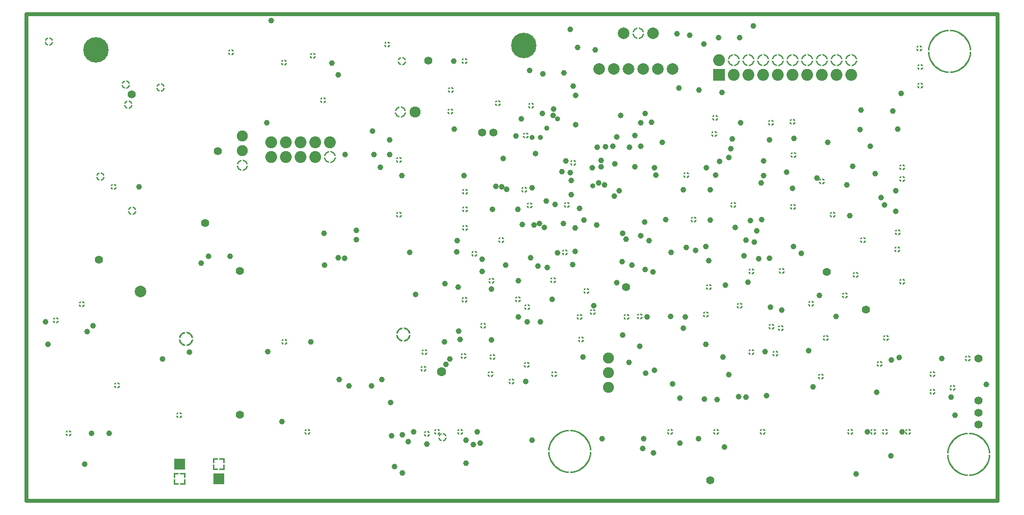
<source format=gbr>
G04 EasyPC Gerber Version 21.0.3 Build 4286 *
G04 #@! TF.Part,Single*
G04 #@! TF.FileFunction,Copper,L3,Inr *
G04 #@! TF.FilePolarity,Negative *
%FSLAX35Y35*%
%MOIN*%
G04 #@! TA.AperFunction,ComponentPad*
%ADD21R,0.07575X0.07575*%
%ADD18R,0.08071X0.08071*%
G04 #@! TD.AperFunction*
%ADD28C,0.02775*%
G04 #@! TA.AperFunction,ViaPad*
%ADD24C,0.03543*%
%ADD22C,0.03937*%
G04 #@! TA.AperFunction,ComponentPad*
%ADD16C,0.05512*%
G04 #@! TA.AperFunction,ViaPad*
%ADD27C,0.06299*%
G04 #@! TA.AperFunction,ComponentPad*
%ADD20C,0.07480*%
%ADD71C,0.07575*%
%ADD17C,0.07874*%
%ADD19C,0.08071*%
G04 #@! TA.AperFunction,WasherPad*
%ADD15C,0.17323*%
G04 #@! TA.AperFunction,ComponentPad*
%AMT74*0 Thermal pad*4,1,6,0.03000,0.00500,0.03000,0.03000,0.00500,0.03000,0.00500,0.04000,0.04000,0.04000,0.04000,0.00500,0.03000,0.00500,0*4,1,6,-0.00500,0.03000,-0.03000,0.03000,-0.03000,0.00500,-0.04000,0.00500,-0.04000,0.04000,-0.00500,0.04000,-0.00500,0.03000,0*4,1,6,-0.03000,-0.00500,-0.03000,-0.03000,-0.00500,-0.03000,-0.00500,-0.04000,-0.04000,-0.04000,-0.04000,-0.00500,-0.03000,-0.00500,0*4,1,6,0.00500,-0.03000,0.03000,-0.03000,0.03000,-0.00500,0.04000,-0.00500,0.04000,-0.04000,0.00500,-0.04000,0.00500,-0.03000,0*%
%ADD74T74*%
G04 #@! TA.AperFunction,ViaPad*
%AMT25*0 Thermal pad*7,0,0,0.04362,0.02362,0.01000,0*%
%ADD25T25*%
%AMT26*0 Thermal pad*7,0,0,0.05937,0.03937,0.01000,0*%
%ADD26T26*%
G04 #@! TA.AperFunction,ComponentPad*
%AMT75*0 Thermal pad*7,0,0,0.07906,0.05906,0.01000,0*%
%ADD75T75*%
%AMT73*0 Thermal pad*7,0,0,0.08000,0.06000,0.01000,0*%
%ADD73T73*%
%AMT72*0 Thermal pad*7,0,0,0.08299,0.06299,0.01000,0*%
%ADD72T72*%
%AMT70*0 Thermal pad*7,0,0,0.08496,0.06496,0.01000,0*%
%ADD70T70*%
G04 #@! TA.AperFunction,ViaPad*
%AMT76*0 Thermal pad*7,0,0,0.09874,0.07874,0.01000,0*%
%ADD76T76*%
G04 #@! TA.AperFunction,WasherPad*
%AMT29*0 Thermal pad*7,0,0,0.29559,0.27559,0.01000,0*%
%ADD29T29*%
X0Y0D02*
D02*
D15*
X49898Y307835D03*
X341156Y310836D03*
D02*
D16*
X51785Y164773D03*
X74226Y277372D03*
X124226Y189970D03*
X132888Y238789D03*
X147848Y59261D03*
Y157293D03*
X276195Y300600D03*
X312809Y251387D03*
X320683D03*
X410841Y146269D03*
X468321Y14380D03*
X547455Y156506D03*
X574226Y130915D03*
X650998Y52569D03*
Y60443D03*
Y68710D03*
Y97450D03*
D02*
D17*
X80132Y143120D03*
X392665Y294932D03*
X402665Y294864D03*
X409266Y319104D03*
X412665Y294932D03*
X422652D03*
X429266Y319104D03*
X432665Y294932D03*
X442665D03*
D02*
D18*
X474226Y290757D03*
D02*
D19*
X169187Y234911D03*
Y244911D03*
X179187Y234911D03*
Y244911D03*
X189187Y234911D03*
Y244911D03*
X199187Y234911D03*
Y244911D03*
X209187D03*
X474226Y300757D03*
X484226Y290757D03*
X494226D03*
X504226D03*
X514226D03*
X524226D03*
X534226D03*
X544226D03*
X554226D03*
X564226D03*
D02*
D70*
X209187Y234911D03*
X484226Y300757D03*
X494226D03*
X504226D03*
X514226D03*
X524226D03*
X534226D03*
X544226D03*
X554226D03*
X564226D03*
D02*
D71*
X267114Y265561D03*
D02*
D20*
X149593Y239091D03*
X149661Y249091D03*
X398792Y77700D03*
Y97700D03*
X398860Y87700D03*
D02*
D21*
X106904Y25403D03*
X133675Y15403D03*
D02*
D22*
X15565Y122647D03*
X17140Y107293D03*
X42337Y25403D03*
X43774Y115994D03*
X47061Y46663D03*
X47848Y119931D03*
X58872Y46663D03*
X79344Y214380D03*
X95093Y97057D03*
X113596Y101781D03*
X121667Y162411D03*
X126589Y167135D03*
X141156D03*
X166352Y258080D03*
X166746Y102175D03*
X169108Y327765D03*
X176589Y54537D03*
X196274Y108868D03*
X205329Y182883D03*
X205722Y161230D03*
X210447Y298848D03*
X214778Y166348D03*
Y290757D03*
X215565Y83277D03*
X219108Y165954D03*
X219502Y236427D03*
X222258Y78946D03*
X227376Y178553D03*
Y184852D03*
X237612Y78946D03*
X238400Y252569D03*
X239187Y236427D03*
X243518Y227765D03*
X244699Y83277D03*
X249817Y236427D03*
Y246663D03*
X250604Y67529D03*
X251392Y44694D03*
X253360Y23828D03*
X258085Y222254D03*
X258478Y19498D03*
Y45482D03*
X262415Y40757D03*
X263596Y169891D03*
X266352Y47450D03*
X267533Y141151D03*
X275407Y39183D03*
X287219Y108868D03*
X287612Y148631D03*
X288400Y93513D03*
X290762Y97057D03*
X293518Y300206D03*
X293911Y253750D03*
X295486Y170285D03*
X295880Y177765D03*
X296667Y146269D03*
X297061Y116348D03*
X297848Y110443D03*
X300604Y222254D03*
X301785Y26191D03*
Y41939D03*
X306904Y38789D03*
X309659Y47450D03*
X311628Y39970D03*
X313006Y156899D03*
Y165167D03*
X319108Y110049D03*
Y144694D03*
X319896Y199025D03*
X322258Y214773D03*
X326195Y214380D03*
X327376Y233868D03*
X328951Y161230D03*
X329738Y212805D03*
X336037Y249025D03*
X337219Y199025D03*
X337612Y125797D03*
Y150600D03*
X339581Y260836D03*
X340368Y188789D03*
X342730Y81702D03*
X343518Y122647D03*
X345093Y293907D03*
X345880Y166348D03*
X347061Y41939D03*
Y213986D03*
X348242Y188395D03*
X349226Y237214D03*
X350801Y160443D03*
X351785Y189576D03*
X352573Y122647D03*
X353754Y264380D03*
X354148Y291545D03*
X355329Y186820D03*
X356510Y204931D03*
X357297Y159655D03*
X360447Y138002D03*
X361234Y263198D03*
X361628Y267529D03*
X362415Y202529D03*
X364384Y169498D03*
X367140Y225009D03*
X368321Y189576D03*
X368715Y292332D03*
X369896Y232096D03*
X373045Y224222D03*
Y321860D03*
X373439Y209261D03*
Y218710D03*
X374620Y161624D03*
X375014Y283277D03*
X376195Y170679D03*
Y186427D03*
X376589Y256899D03*
Y276978D03*
X377770Y309655D03*
X379344Y199813D03*
X381707Y98631D03*
X382100Y191939D03*
X388006Y227372D03*
X388793Y133474D03*
X389974Y307687D03*
X390762Y188395D03*
X391156Y241545D03*
X392337Y217135D03*
X393911Y228159D03*
Y232490D03*
X394699Y42726D03*
X396274Y215954D03*
X397061Y241939D03*
X401785Y242332D03*
X402967Y208080D03*
X403360Y230128D03*
X404541Y149025D03*
Y248631D03*
X406116Y212017D03*
X407297Y263198D03*
X408085Y163592D03*
X408478Y113592D03*
Y182883D03*
X410841Y178946D03*
X413006Y94694D03*
X413203Y241545D03*
X414778Y161230D03*
X416746Y228159D03*
Y249419D03*
X420230Y105718D03*
X420880Y181309D03*
X421077Y242332D03*
Y258080D03*
X422258Y36033D03*
X423045Y42726D03*
X423439Y190364D03*
X423833Y158080D03*
Y264380D03*
X424226Y87608D03*
X425407Y125797D03*
X426589Y177765D03*
X428163Y258474D03*
X429344Y156506D03*
X429738Y33277D03*
X430132Y227372D03*
X430230Y89576D03*
X431313Y222647D03*
X435644Y244694D03*
X438006Y192332D03*
X441156Y126191D03*
X441549Y169891D03*
X442730Y80128D03*
X445486Y318710D03*
X447061Y281702D03*
X447455Y39970D03*
Y70679D03*
X449817Y118317D03*
Y212529D03*
X451392Y125797D03*
X451785Y173041D03*
X454148Y317923D03*
X458085Y171072D03*
X460250Y42726D03*
X460447Y280521D03*
X463793Y312017D03*
X464187Y69891D03*
X465171Y173828D03*
X465230Y107293D03*
X465565Y227529D03*
X467140Y164183D03*
X468321Y191939D03*
Y212529D03*
X471864Y222647D03*
X473045Y69498D03*
X473833Y316348D03*
X474620Y231702D03*
X476195Y278946D03*
X476982Y98631D03*
X477770Y37214D03*
X478557Y147450D03*
X480919Y86427D03*
Y234458D03*
X482100Y240364D03*
X483281Y247057D03*
X485250Y186820D03*
X487415Y71466D03*
X488203Y316348D03*
X488793Y258080D03*
X491156Y167529D03*
X492730Y71072D03*
Y178159D03*
X493911Y149419D03*
X495486Y191545D03*
X497455Y324222D03*
X498242Y176978D03*
X499817Y184458D03*
X501392Y165561D03*
X502967Y217135D03*
X503360Y192332D03*
X504541Y222254D03*
Y232096D03*
X505722Y102175D03*
X506707Y72254D03*
X508478Y165954D03*
Y246663D03*
X509266Y132490D03*
X516746Y130521D03*
X520289Y224616D03*
X524226Y213592D03*
X525014Y173828D03*
X525407Y247450D03*
X530132Y169104D03*
X535250Y102962D03*
X538400Y78159D03*
X540762Y220679D03*
X542730Y140364D03*
X548242Y244694D03*
X553754Y126191D03*
X561234Y215954D03*
X563203Y194694D03*
X565171Y228553D03*
X567533Y18710D03*
X570289Y253356D03*
X571077Y266742D03*
X575407Y47450D03*
X577376Y242332D03*
X580526Y223435D03*
X581707Y74616D03*
X584463Y207293D03*
X586825Y202175D03*
X591156Y31309D03*
X591549Y96663D03*
X592730Y266348D03*
X594699Y197844D03*
Y211820D03*
X595880Y253750D03*
X597061Y98238D03*
X598242Y278159D03*
X599030Y47450D03*
X625801Y97450D03*
X632100Y71072D03*
X634856Y58868D03*
X656116Y79734D03*
D02*
D24*
X347061Y248238D03*
X352573D03*
X356904Y254537D03*
X364384Y260836D03*
X388400Y215167D03*
D02*
D25*
X22514Y123474D03*
X31313Y46663D03*
X40368Y134458D03*
X62022Y214380D03*
X64384Y79340D03*
X106510Y58868D03*
X141943Y306112D03*
X177770Y299025D03*
X178163Y108868D03*
X193911Y47450D03*
X197455Y303750D03*
X204541Y273435D03*
X248242Y311624D03*
X256116Y195482D03*
Y232883D03*
X273045Y90364D03*
X273439Y101781D03*
X275407Y46269D03*
X282100Y47450D03*
X291156Y265954D03*
X291549Y280521D03*
X297848Y47450D03*
X300211Y99025D03*
X300998Y137608D03*
Y300206D03*
X301392Y186427D03*
Y199025D03*
Y211230D03*
X307691Y168710D03*
X313596Y119891D03*
X318715Y86820D03*
X319108Y150600D03*
X319896Y98631D03*
X323439Y271466D03*
X325801Y178159D03*
X332888Y81702D03*
X337219Y138002D03*
X341549Y212411D03*
X342730Y249419D03*
X343124Y93120D03*
X343518Y132490D03*
X345093Y201781D03*
X346274Y269891D03*
X361234Y150994D03*
X362022Y86820D03*
X369108Y169891D03*
X370683Y202175D03*
X375014Y230915D03*
X379344Y125797D03*
X380132Y110443D03*
X384069Y143513D03*
X388400Y129340D03*
X411234Y125994D03*
X420230Y126191D03*
X440762Y47450D03*
X451785Y222647D03*
X456904Y192332D03*
X465230Y127372D03*
X467140Y146072D03*
X471077Y250600D03*
X471470Y261624D03*
X472258Y47450D03*
X484069Y202175D03*
X488400Y133671D03*
X496274Y101781D03*
Y156899D03*
X503754Y47450D03*
X509659Y258080D03*
X510053Y119104D03*
X512415Y100994D03*
X516352Y118317D03*
X516746Y157293D03*
X524226Y258868D03*
X524620Y200994D03*
X525014Y236033D03*
X536825Y134852D03*
X543715Y85246D03*
X544305Y218317D03*
X547061Y111624D03*
X551738Y195482D03*
X560053Y140364D03*
X563596Y47450D03*
X567140Y154537D03*
X572258Y178159D03*
X579344Y47450D03*
X583675Y93907D03*
X587219Y47450D03*
X588006Y111624D03*
X595486Y171860D03*
X595880Y183671D03*
X599030Y149813D03*
Y219891D03*
Y227765D03*
X602967Y47450D03*
X610447Y308868D03*
X611234Y283671D03*
Y296269D03*
X619502Y75009D03*
Y86820D03*
X633281Y77372D03*
X643518Y97450D03*
D02*
D26*
X17927Y313592D03*
X52967Y221466D03*
X70289Y284065D03*
X71864Y270679D03*
X74620Y198238D03*
X93911Y282096D03*
X258085Y300206D03*
X286037Y43907D03*
D02*
D27*
X285250Y88395D03*
D02*
D28*
X2573Y600D02*
X663990D01*
Y332096*
X2573*
Y600*
D02*
D29*
X372733Y34213D03*
X631313Y306899D03*
X644305Y32096D03*
D02*
D72*
X419266Y319104D03*
D02*
D73*
X257297Y265561D03*
D02*
D74*
X106904Y15403D03*
X133675Y25403D03*
D02*
D75*
X149661Y229091D03*
D02*
D76*
X111234Y110836D03*
X259266Y113986D03*
X0Y0D02*
M02*

</source>
